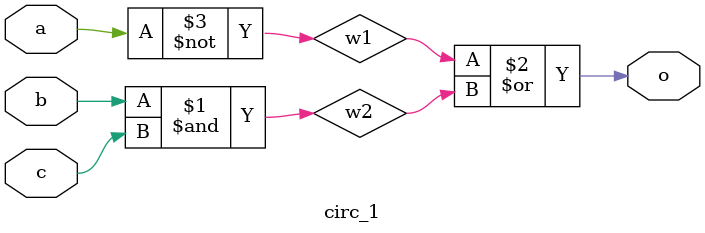
<source format=v>
module circ_1(a, b, c, o);
input a;
input b;
input c;     // declaring inputs

output o;    // declaring output

wire w1;
wire w2;     // declaring internal wires

  not g0 (w1, a);  // a'
  and g1 (w2, b, c);  // bc
  or g2 (o, w1, w2);  // o = a'+bc

endmodule

</source>
